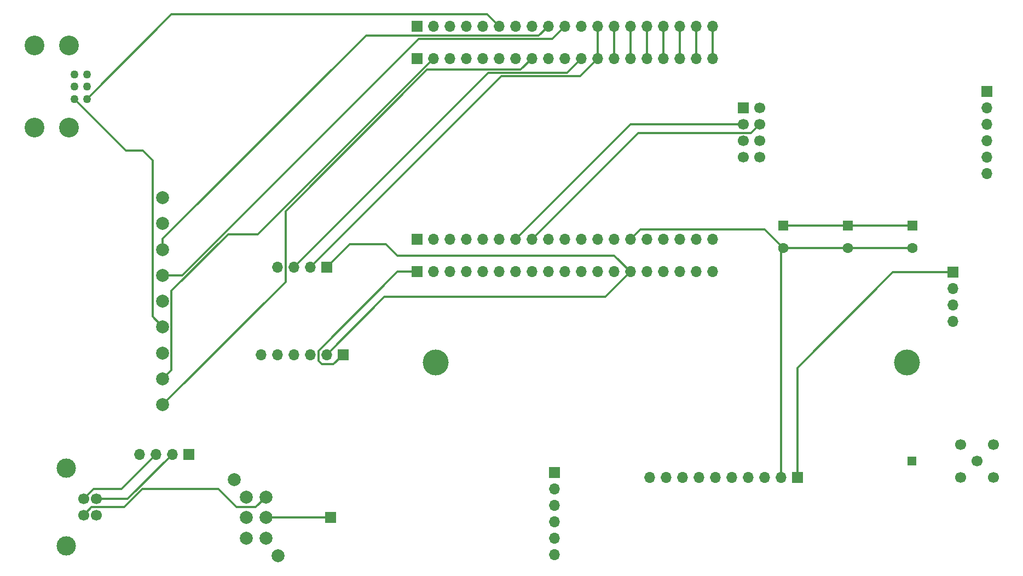
<source format=gbr>
%TF.GenerationSoftware,KiCad,Pcbnew,8.0.3*%
%TF.CreationDate,2024-06-28T16:04:17+02:00*%
%TF.ProjectId,3.3v radio with battery,332e3376-2072-4616-9469-6f2077697468,rev?*%
%TF.SameCoordinates,Original*%
%TF.FileFunction,Copper,L2,Bot*%
%TF.FilePolarity,Positive*%
%FSLAX46Y46*%
G04 Gerber Fmt 4.6, Leading zero omitted, Abs format (unit mm)*
G04 Created by KiCad (PCBNEW 8.0.3) date 2024-06-28 16:04:17*
%MOMM*%
%LPD*%
G01*
G04 APERTURE LIST*
%TA.AperFunction,ComponentPad*%
%ADD10C,2.000000*%
%TD*%
%TA.AperFunction,ComponentPad*%
%ADD11R,1.700000X1.700000*%
%TD*%
%TA.AperFunction,ComponentPad*%
%ADD12O,1.700000X1.700000*%
%TD*%
%TA.AperFunction,ComponentPad*%
%ADD13R,1.600000X1.600000*%
%TD*%
%TA.AperFunction,ComponentPad*%
%ADD14C,1.600000*%
%TD*%
%TA.AperFunction,ComponentPad*%
%ADD15C,3.000000*%
%TD*%
%TA.AperFunction,ComponentPad*%
%ADD16C,1.700000*%
%TD*%
%TA.AperFunction,ComponentPad*%
%ADD17R,1.350000X1.350000*%
%TD*%
%TA.AperFunction,ComponentPad*%
%ADD18C,4.000000*%
%TD*%
%TA.AperFunction,ComponentPad*%
%ADD19C,3.048000*%
%TD*%
%TA.AperFunction,ComponentPad*%
%ADD20C,1.270000*%
%TD*%
%TA.AperFunction,Conductor*%
%ADD21C,0.300000*%
%TD*%
G04 APERTURE END LIST*
D10*
%TO.P,U6,*%
%TO.N,*%
X106606000Y-121964000D03*
X113406000Y-133764000D03*
%TO.P,U6,1,no*%
%TO.N,unconnected-(U6-no-Pad1)*%
X108506000Y-124664000D03*
%TO.P,U6,2,no*%
%TO.N,Net-(U3-GND_IN)*%
X111506000Y-124664000D03*
%TO.P,U6,3,nc*%
%TO.N,unconnected-(U6-nc-Pad3)*%
X108506000Y-127864000D03*
%TO.P,U6,4,nc*%
%TO.N,Net-(U3-ON{slash}OFF)*%
X111506000Y-127864000D03*
%TO.P,U6,5,nc*%
%TO.N,unconnected-(U6-nc-Pad5)*%
X108506000Y-131064000D03*
%TO.P,U6,6,nc*%
%TO.N,unconnected-(U6-nc-Pad6)*%
X111506000Y-131064000D03*
%TD*%
D11*
%TO.P,Oled_screen1,1,VCC*%
%TO.N,Net-(ESP32-WROOM-32U1-3.3v)*%
X217764500Y-89926000D03*
D12*
%TO.P,Oled_screen1,2,GND*%
%TO.N,Net-(GPS1-GND)*%
X217764500Y-92466000D03*
%TO.P,Oled_screen1,3,SCK*%
%TO.N,Net-(ESP32-WROOM-32U1-SCL{slash}22)*%
X217764500Y-95006000D03*
%TO.P,Oled_screen1,4,SDA*%
%TO.N,Net-(ESP32-WROOM-32U1-SDA{slash}21)*%
X217764500Y-97546000D03*
%TD*%
D10*
%TO.P,U2,1,DATA*%
%TO.N,Net-(ESP32-WROOM-32U1-MISO{slash}19)*%
X95581500Y-110387625D03*
%TO.P,U2,2,CMD*%
%TO.N,Net-(ESP32-WROOM-32U1-MOSI{slash}23)*%
X95581500Y-106387625D03*
%TO.P,U2,3,MOTOR*%
%TO.N,unconnected-(U2-MOTOR-Pad3)*%
X95581500Y-102387625D03*
%TO.P,U2,4,GND*%
%TO.N,Net-(GPS1-GND)*%
X95581500Y-98387625D03*
%TO.P,U2,5,3.3V*%
%TO.N,Net-(ESP32-WROOM-32U1-3.3v)*%
X95581500Y-94387625D03*
%TO.P,U2,6,ATTN*%
%TO.N,Net-(ESP32-WROOM-32U1-SS{slash}5)*%
X95581500Y-90387625D03*
%TO.P,U2,7,CLK*%
%TO.N,Net-(ESP32-WROOM-32U1-SCK{slash}18)*%
X95581500Y-86387625D03*
%TO.P,U2,8,NC*%
%TO.N,unconnected-(U2-NC-Pad8)*%
X95581500Y-82387625D03*
%TO.P,U2,9,ACK*%
%TO.N,unconnected-(U2-ACK-Pad9)*%
X95581500Y-78387625D03*
%TD*%
D11*
%TO.P,U3,1,VOUT*%
%TO.N,Net-(J1-VBUS)*%
X156194000Y-120912500D03*
D12*
%TO.P,U3,2,GND_OUT*%
%TO.N,Net-(J1-GND)*%
X156194000Y-123452500D03*
%TO.P,U3,3,BAT_POSITIVE*%
%TO.N,Net-(U3-BAT_POSITIVE)*%
X156194000Y-125992500D03*
%TO.P,U3,4,BAT_GND*%
%TO.N,Net-(U3-BAT_GND)*%
X156194000Y-128532500D03*
%TO.P,U3,5,GND_IN*%
%TO.N,Net-(U3-GND_IN)*%
X156194000Y-131072500D03*
%TO.P,U3,6,VIN*%
%TO.N,Net-(U3-VIN)*%
X156194000Y-133612500D03*
%TD*%
D13*
%TO.P,C1,1*%
%TO.N,Net-(ESP32-WROOM-32U1-3.3v)*%
X191516000Y-82675349D03*
D14*
%TO.P,C1,2*%
%TO.N,Net-(GPS1-GND)*%
X191516000Y-86175349D03*
%TD*%
D15*
%TO.P,U4,*%
%TO.N,*%
X80602000Y-120206000D03*
X80602000Y-132246000D03*
D16*
%TO.P,U4,1,data-*%
%TO.N,Net-(J1-D-)*%
X85312000Y-124976000D03*
%TO.P,U4,2,data+*%
%TO.N,Net-(J1-D+)*%
X83312000Y-124976000D03*
%TO.P,U4,3,GND*%
%TO.N,Net-(U3-GND_IN)*%
X83312000Y-127476000D03*
%TO.P,U4,4,VIN*%
%TO.N,Net-(U3-VIN)*%
X85312000Y-127476000D03*
%TD*%
D11*
%TO.P,GPS1,1,GND*%
%TO.N,Net-(GPS1-GND)*%
X120950000Y-89148000D03*
D12*
%TO.P,GPS1,2,TX*%
%TO.N,Net-(ESP32-WROOM-32U1-RX2{slash}16)*%
X118410000Y-89148000D03*
%TO.P,GPS1,3,RX*%
%TO.N,Net-(ESP32-WROOM-32U1-TX2{slash}17)*%
X115870000Y-89148000D03*
%TO.P,GPS1,4,VCC*%
%TO.N,Net-(ESP32-WROOM-32U1-3.3v)*%
X113330000Y-89148000D03*
%TD*%
D16*
%TO.P,REF\u002A\u002A,*%
%TO.N,*%
X224047000Y-116576000D03*
X218947000Y-116576000D03*
X224047000Y-121676000D03*
X218947000Y-121676000D03*
%TO.P,REF\u002A\u002A,1*%
%TO.N,N/C*%
X221497000Y-119126000D03*
%TD*%
D11*
%TO.P,NRF1,*%
%TO.N,*%
X223078000Y-61946000D03*
D12*
X223078000Y-64486000D03*
X223078000Y-67026000D03*
X223078000Y-69566000D03*
X223078000Y-72106000D03*
X223078000Y-74646000D03*
D11*
%TO.P,NRF1,1,GND*%
%TO.N,Net-(GPS1-GND)*%
X185340000Y-64486000D03*
D16*
%TO.P,NRF1,2,VCC*%
%TO.N,Net-(ESP32-WROOM-32U1-3.3v)*%
X187880000Y-64486000D03*
%TO.P,NRF1,3,CE*%
%TO.N,Net-(ESP32-WROOM-32U1-32)*%
X185340000Y-67026000D03*
%TO.P,NRF1,4,~{CSN}*%
%TO.N,Net-(ESP32-WROOM-32U1-33)*%
X187880000Y-67026000D03*
%TO.P,NRF1,5,SCK*%
%TO.N,Net-(ESP32-WROOM-32U1-SCK{slash}18)*%
X185340000Y-69566000D03*
%TO.P,NRF1,6,MOSI*%
%TO.N,Net-(ESP32-WROOM-32U1-MOSI{slash}23)*%
X187880000Y-69566000D03*
%TO.P,NRF1,7,MISO*%
%TO.N,Net-(ESP32-WROOM-32U1-MISO{slash}19)*%
X185340000Y-72106000D03*
%TO.P,NRF1,8,IRQ*%
%TO.N,unconnected-(NRF1-IRQ-Pad8)*%
X187880000Y-72106000D03*
%TD*%
D11*
%TO.P,J1,1,VBUS*%
%TO.N,Net-(J1-VBUS)*%
X99568000Y-118110000D03*
D12*
%TO.P,J1,2,D-*%
%TO.N,Net-(J1-D-)*%
X97028000Y-118110000D03*
%TO.P,J1,3,D+*%
%TO.N,Net-(J1-D+)*%
X94488000Y-118110000D03*
%TO.P,J1,4,GND*%
%TO.N,Net-(J1-GND)*%
X91948000Y-118110000D03*
%TD*%
D13*
%TO.P,C2,1*%
%TO.N,Net-(ESP32-WROOM-32U1-3.3v)*%
X201516000Y-82675349D03*
D14*
%TO.P,C2,2*%
%TO.N,Net-(GPS1-GND)*%
X201516000Y-86175349D03*
%TD*%
D17*
%TO.P,SMA ANTENNA,1*%
%TO.N,N/C*%
X211488000Y-119126000D03*
%TD*%
D18*
%TO.P,U5,1,BAT_+*%
%TO.N,Net-(U3-BAT_POSITIVE)*%
X137794000Y-103886000D03*
%TO.P,U5,2,BAT_-*%
%TO.N,Net-(U3-BAT_GND)*%
X210694000Y-103886000D03*
%TD*%
D11*
%TO.P,MPU1,1,VCC*%
%TO.N,Net-(ESP32-WROOM-32U1-3.3v)*%
X193751000Y-121666000D03*
D12*
%TO.P,MPU1,2,GND*%
%TO.N,Net-(GPS1-GND)*%
X191211000Y-121666000D03*
%TO.P,MPU1,3,SCL*%
%TO.N,Net-(ESP32-WROOM-32U1-SCL{slash}22)*%
X188671000Y-121666000D03*
%TO.P,MPU1,4,SDA*%
%TO.N,Net-(ESP32-WROOM-32U1-SDA{slash}21)*%
X186131000Y-121666000D03*
%TO.P,MPU1,5,EDA*%
%TO.N,unconnected-(MPU1-EDA-Pad5)*%
X183591000Y-121666000D03*
%TO.P,MPU1,6,ECL*%
%TO.N,unconnected-(MPU1-ECL-Pad6)*%
X181051000Y-121666000D03*
%TO.P,MPU1,7,ADO*%
%TO.N,unconnected-(MPU1-ADO-Pad7)*%
X178511000Y-121666000D03*
%TO.P,MPU1,8,INT*%
%TO.N,unconnected-(MPU1-INT-Pad8)*%
X175971000Y-121666000D03*
%TO.P,MPU1,9,NCS*%
%TO.N,unconnected-(MPU1-NCS-Pad9)*%
X173431000Y-121666000D03*
%TO.P,MPU1,10,FSYNC*%
%TO.N,unconnected-(MPU1-FSYNC-Pad10)*%
X170891000Y-121666000D03*
%TD*%
D13*
%TO.P,C3,1*%
%TO.N,Net-(ESP32-WROOM-32U1-3.3v)*%
X211516000Y-82675349D03*
D14*
%TO.P,C3,2*%
%TO.N,Net-(GPS1-GND)*%
X211516000Y-86175349D03*
%TD*%
D11*
%TO.P,ESP32-WROOM-32U1,1,3.3v*%
%TO.N,Net-(ESP32-WROOM-32U1-3.3v)*%
X134874000Y-89836000D03*
X134874000Y-84836000D03*
D12*
%TO.P,ESP32-WROOM-32U1,2,EN*%
%TO.N,unconnected-(ESP32-WROOM-32U1-EN-Pad2)*%
X137414000Y-89836000D03*
X137414000Y-84836000D03*
%TO.P,ESP32-WROOM-32U1,3,VP*%
%TO.N,unconnected-(ESP32-WROOM-32U1-VP-Pad3)*%
X139954000Y-89836000D03*
X139954000Y-84836000D03*
%TO.P,ESP32-WROOM-32U1,4,VN*%
%TO.N,unconnected-(ESP32-WROOM-32U1-VN-Pad4)*%
X142494000Y-89836000D03*
X142494000Y-84836000D03*
%TO.P,ESP32-WROOM-32U1,5,34*%
%TO.N,unconnected-(ESP32-WROOM-32U1-34-Pad5)*%
X145034000Y-89836000D03*
X145034000Y-84836000D03*
%TO.P,ESP32-WROOM-32U1,6,35*%
%TO.N,unconnected-(ESP32-WROOM-32U1-35-Pad6)*%
X147574000Y-89836000D03*
X147574000Y-84836000D03*
%TO.P,ESP32-WROOM-32U1,7,32*%
%TO.N,Net-(ESP32-WROOM-32U1-32)*%
X150114000Y-89836000D03*
X150114000Y-84836000D03*
%TO.P,ESP32-WROOM-32U1,8,33*%
%TO.N,Net-(ESP32-WROOM-32U1-33)*%
X152654000Y-89836000D03*
X152654000Y-84836000D03*
%TO.P,ESP32-WROOM-32U1,9,25*%
%TO.N,unconnected-(ESP32-WROOM-32U1-25-Pad9)*%
X155194000Y-89836000D03*
X155194000Y-84836000D03*
%TO.P,ESP32-WROOM-32U1,10,26*%
%TO.N,unconnected-(ESP32-WROOM-32U1-26-Pad10)*%
X157734000Y-89836000D03*
X157734000Y-84836000D03*
%TO.P,ESP32-WROOM-32U1,11,27*%
%TO.N,unconnected-(ESP32-WROOM-32U1-27-Pad11)*%
X160274000Y-89836000D03*
X160274000Y-84836000D03*
%TO.P,ESP32-WROOM-32U1,12,14*%
%TO.N,unconnected-(ESP32-WROOM-32U1-14-Pad12)*%
X162814000Y-89836000D03*
X162814000Y-84836000D03*
%TO.P,ESP32-WROOM-32U1,13,12*%
%TO.N,unconnected-(ESP32-WROOM-32U1-12-Pad13)*%
X165354000Y-89836000D03*
X165354000Y-84836000D03*
%TO.P,ESP32-WROOM-32U1,14,GND*%
%TO.N,Net-(GPS1-GND)*%
X167894000Y-89836000D03*
X167894000Y-84836000D03*
%TO.P,ESP32-WROOM-32U1,15,13*%
%TO.N,unconnected-(ESP32-WROOM-32U1-13-Pad15)*%
X170434000Y-89836000D03*
X170434000Y-84836000D03*
%TO.P,ESP32-WROOM-32U1,16,D2*%
%TO.N,unconnected-(ESP32-WROOM-32U1-D2-Pad16)*%
X172974000Y-89836000D03*
X172974000Y-84836000D03*
%TO.P,ESP32-WROOM-32U1,17,D3*%
%TO.N,unconnected-(ESP32-WROOM-32U1-D3-Pad17)*%
X175514000Y-89836000D03*
X175514000Y-84836000D03*
%TO.P,ESP32-WROOM-32U1,18,CMD*%
%TO.N,unconnected-(ESP32-WROOM-32U1-CMD-Pad18)*%
X178054000Y-89836000D03*
X178054000Y-84836000D03*
%TO.P,ESP32-WROOM-32U1,19,5V*%
%TO.N,unconnected-(ESP32-WROOM-32U1-5V-Pad19)*%
X180594000Y-89836000D03*
X180594000Y-84836000D03*
D11*
%TO.P,ESP32-WROOM-32U1,20,GND*%
%TO.N,unconnected-(ESP32-WROOM-32U1-GND-Pad20)*%
X134874000Y-56896000D03*
X134874000Y-51896000D03*
D12*
%TO.P,ESP32-WROOM-32U1,21,MOSI/23*%
%TO.N,Net-(ESP32-WROOM-32U1-MOSI{slash}23)*%
X137414000Y-56896000D03*
X137414000Y-51896000D03*
%TO.P,ESP32-WROOM-32U1,22,SCL/22*%
%TO.N,Net-(ESP32-WROOM-32U1-SCL{slash}22)*%
X139954000Y-56896000D03*
X139954000Y-51896000D03*
%TO.P,ESP32-WROOM-32U1,23,TX*%
%TO.N,unconnected-(ESP32-WROOM-32U1-TX-Pad23)*%
X142494000Y-56896000D03*
X142494000Y-51896000D03*
%TO.P,ESP32-WROOM-32U1,24,RX*%
%TO.N,unconnected-(ESP32-WROOM-32U1-RX-Pad24)*%
X145034000Y-56896000D03*
X145034000Y-51896000D03*
%TO.P,ESP32-WROOM-32U1,25,SDA/21*%
%TO.N,Net-(ESP32-WROOM-32U1-SDA{slash}21)*%
X147574000Y-56896000D03*
X147574000Y-51896000D03*
%TO.P,ESP32-WROOM-32U1,26,GND*%
%TO.N,unconnected-(ESP32-WROOM-32U1-GND-Pad26)*%
X150114000Y-56896000D03*
X150114000Y-51896000D03*
%TO.P,ESP32-WROOM-32U1,27,MISO/19*%
%TO.N,Net-(ESP32-WROOM-32U1-MISO{slash}19)*%
X152654000Y-56896000D03*
X152654000Y-51896000D03*
%TO.P,ESP32-WROOM-32U1,28,SCK/18*%
%TO.N,Net-(ESP32-WROOM-32U1-SCK{slash}18)*%
X155194000Y-56896000D03*
X155194000Y-51896000D03*
%TO.P,ESP32-WROOM-32U1,29,SS/5*%
%TO.N,Net-(ESP32-WROOM-32U1-SS{slash}5)*%
X157734000Y-56896000D03*
X157734000Y-51896000D03*
%TO.P,ESP32-WROOM-32U1,30,TX2/17*%
%TO.N,Net-(ESP32-WROOM-32U1-TX2{slash}17)*%
X160274000Y-56896000D03*
X160274000Y-51896000D03*
%TO.P,ESP32-WROOM-32U1,31,RX2/16*%
%TO.N,Net-(ESP32-WROOM-32U1-RX2{slash}16)*%
X162814000Y-56896000D03*
X162814000Y-51896000D03*
%TO.P,ESP32-WROOM-32U1,32,4*%
%TO.N,unconnected-(ESP32-WROOM-32U1-4-Pad32)*%
X165354000Y-56896000D03*
X165354000Y-51896000D03*
%TO.P,ESP32-WROOM-32U1,33,0*%
%TO.N,unconnected-(ESP32-WROOM-32U1-0-Pad33)*%
X167894000Y-56896000D03*
X167894000Y-51896000D03*
%TO.P,ESP32-WROOM-32U1,34,2*%
%TO.N,unconnected-(ESP32-WROOM-32U1-2-Pad34)*%
X170434000Y-56896000D03*
X170434000Y-51896000D03*
%TO.P,ESP32-WROOM-32U1,35,15*%
%TO.N,unconnected-(ESP32-WROOM-32U1-15-Pad35)*%
X172974000Y-56896000D03*
X172974000Y-51896000D03*
%TO.P,ESP32-WROOM-32U1,36,D1*%
%TO.N,unconnected-(ESP32-WROOM-32U1-D1-Pad36)*%
X175514000Y-56896000D03*
X175514000Y-51896000D03*
%TO.P,ESP32-WROOM-32U1,37,D0*%
%TO.N,unconnected-(ESP32-WROOM-32U1-D0-Pad37)*%
X178054000Y-56896000D03*
X178054000Y-51896000D03*
%TO.P,ESP32-WROOM-32U1,38,CLK*%
%TO.N,unconnected-(ESP32-WROOM-32U1-CLK-Pad38)*%
X180594000Y-56896000D03*
X180594000Y-51896000D03*
%TD*%
D11*
%TO.P,U7,1,VCC*%
%TO.N,Net-(ESP32-WROOM-32U1-3.3v)*%
X123490000Y-102648000D03*
D12*
%TO.P,U7,2,GND*%
%TO.N,Net-(GPS1-GND)*%
X120950000Y-102648000D03*
%TO.P,U7,3,SCL*%
%TO.N,Net-(ESP32-WROOM-32U1-SCL{slash}22)*%
X118410000Y-102648000D03*
%TO.P,U7,4,SDA*%
%TO.N,Net-(ESP32-WROOM-32U1-SDA{slash}21)*%
X115870000Y-102648000D03*
%TO.P,U7,5,CSB*%
%TO.N,unconnected-(U7-CSB-Pad5)*%
X113330000Y-102648000D03*
%TO.P,U7,6,SDO*%
%TO.N,unconnected-(U7-SDO-Pad6)*%
X110790000Y-102648000D03*
%TD*%
D19*
%TO.P,U1,*%
%TO.N,*%
X75692000Y-67576000D03*
X81026000Y-67576000D03*
X75692000Y-54876000D03*
X81026000Y-54876000D03*
D20*
%TO.P,U1,1,VCC_3.3V*%
%TO.N,Net-(ESP32-WROOM-32U1-3.3v)*%
X83820000Y-59321000D03*
%TO.P,U1,2,SCL*%
%TO.N,Net-(ESP32-WROOM-32U1-SCL{slash}22)*%
X81915000Y-59321000D03*
%TO.P,U1,3,Detect_device*%
%TO.N,unconnected-(U1-Detect_device-Pad3)*%
X83820000Y-61226000D03*
%TO.P,U1,4,NC*%
%TO.N,unconnected-(U1-NC-Pad4)*%
X81915000Y-61226000D03*
%TO.P,U1,5,SDA*%
%TO.N,Net-(ESP32-WROOM-32U1-SDA{slash}21)*%
X83820000Y-63131000D03*
%TO.P,U1,6,GND*%
%TO.N,Net-(GPS1-GND)*%
X81915000Y-63131000D03*
%TD*%
D11*
%TO.P,TP1,1,1*%
%TO.N,Net-(U3-ON{slash}OFF)*%
X121506000Y-127864000D03*
%TD*%
D21*
%TO.N,Net-(ESP32-WROOM-32U1-SS{slash}5)*%
X135136000Y-53840000D02*
X155790000Y-53840000D01*
X155790000Y-53840000D02*
X157734000Y-51896000D01*
X98588375Y-90387625D02*
X135136000Y-53840000D01*
X95581500Y-90387625D02*
X98588375Y-90387625D01*
%TO.N,unconnected-(ESP32-WROOM-32U1-0-Pad33)*%
X167894000Y-51896000D02*
X167894000Y-56896000D01*
%TO.N,Net-(ESP32-WROOM-32U1-SCK{slash}18)*%
X127000000Y-53340000D02*
X153750000Y-53340000D01*
X153750000Y-53340000D02*
X155194000Y-51896000D01*
X95581500Y-86387625D02*
X95581500Y-84758500D01*
X95581500Y-84758500D02*
X127000000Y-53340000D01*
%TO.N,Net-(ESP32-WROOM-32U1-MISO{slash}19)*%
X136421106Y-58596000D02*
X150954000Y-58596000D01*
X95581500Y-110387625D02*
X114554000Y-91415125D01*
X114554000Y-91415125D02*
X114554000Y-80463106D01*
X150954000Y-58596000D02*
X152654000Y-56896000D01*
X114554000Y-80463106D02*
X136421106Y-58596000D01*
%TO.N,unconnected-(ESP32-WROOM-32U1-CLK-Pad38)*%
X180594000Y-56896000D02*
X180594000Y-51896000D01*
%TO.N,unconnected-(ESP32-WROOM-32U1-2-Pad34)*%
X170434000Y-56896000D02*
X170434000Y-51896000D01*
%TO.N,unconnected-(ESP32-WROOM-32U1-D1-Pad36)*%
X175514000Y-56896000D02*
X175514000Y-51896000D01*
%TO.N,Net-(ESP32-WROOM-32U1-TX2{slash}17)*%
X115870000Y-89148000D02*
X145922000Y-59096000D01*
X145922000Y-59096000D02*
X158074000Y-59096000D01*
X158074000Y-59096000D02*
X160274000Y-56896000D01*
%TO.N,unconnected-(ESP32-WROOM-32U1-4-Pad32)*%
X165354000Y-56896000D02*
X165354000Y-51896000D01*
%TO.N,unconnected-(ESP32-WROOM-32U1-D0-Pad37)*%
X178054000Y-51896000D02*
X178054000Y-56896000D01*
%TO.N,Net-(ESP32-WROOM-32U1-SDA{slash}21)*%
X96913000Y-50038000D02*
X145716000Y-50038000D01*
X83820000Y-63131000D02*
X96913000Y-50038000D01*
X145716000Y-50038000D02*
X147574000Y-51896000D01*
%TO.N,unconnected-(ESP32-WROOM-32U1-15-Pad35)*%
X172974000Y-51896000D02*
X172974000Y-56896000D01*
%TO.N,Net-(GPS1-GND)*%
X164004000Y-93726000D02*
X167894000Y-89836000D01*
X89904000Y-71120000D02*
X92456000Y-71120000D01*
X191516000Y-86175349D02*
X188652651Y-83312000D01*
X169418000Y-83312000D02*
X167894000Y-84836000D01*
X92456000Y-71120000D02*
X93980000Y-72644000D01*
X165434000Y-87376000D02*
X167894000Y-89836000D01*
X81915000Y-63131000D02*
X89904000Y-71120000D01*
X191211000Y-86480349D02*
X191516000Y-86175349D01*
X131826000Y-87376000D02*
X165434000Y-87376000D01*
X93980000Y-72644000D02*
X93980000Y-96786125D01*
X191516000Y-86175349D02*
X201516000Y-86175349D01*
X191211000Y-121666000D02*
X191211000Y-86480349D01*
X129872000Y-93726000D02*
X164004000Y-93726000D01*
X130048000Y-85598000D02*
X131826000Y-87376000D01*
X120950000Y-102648000D02*
X129872000Y-93726000D01*
X188652651Y-83312000D02*
X169418000Y-83312000D01*
X120950000Y-89148000D02*
X124500000Y-85598000D01*
X124500000Y-85598000D02*
X130048000Y-85598000D01*
X93980000Y-96786125D02*
X95581500Y-98387625D01*
X211516000Y-86175349D02*
X201516000Y-86175349D01*
%TO.N,Net-(ESP32-WROOM-32U1-32)*%
X167924000Y-67026000D02*
X150114000Y-84836000D01*
X185340000Y-67026000D02*
X167924000Y-67026000D01*
%TO.N,Net-(ESP32-WROOM-32U1-3.3v)*%
X131906000Y-89836000D02*
X134874000Y-89836000D01*
X211516000Y-82675349D02*
X201516000Y-82675349D01*
X119634000Y-102108000D02*
X131906000Y-89836000D01*
X191516000Y-82675349D02*
X201516000Y-82675349D01*
X193751000Y-121666000D02*
X193751000Y-104699000D01*
X208524000Y-89926000D02*
X217764500Y-89926000D01*
X123490000Y-102648000D02*
X121998000Y-104140000D01*
X120142000Y-104140000D02*
X119634000Y-103632000D01*
X121998000Y-104140000D02*
X120142000Y-104140000D01*
X193751000Y-104699000D02*
X208524000Y-89926000D01*
X119634000Y-103632000D02*
X119634000Y-102108000D01*
%TO.N,Net-(ESP32-WROOM-32U1-33)*%
X187880000Y-67026000D02*
X186540000Y-68366000D01*
X169124000Y-68366000D02*
X152654000Y-84836000D01*
X186540000Y-68366000D02*
X169124000Y-68366000D01*
%TO.N,Net-(ESP32-WROOM-32U1-MOSI{slash}23)*%
X110236000Y-84074000D02*
X137414000Y-56896000D01*
X96931500Y-92806500D02*
X105664000Y-84074000D01*
X105664000Y-84074000D02*
X110236000Y-84074000D01*
X96931500Y-105037625D02*
X96931500Y-92806500D01*
X95581500Y-106387625D02*
X96931500Y-105037625D01*
%TO.N,Net-(J1-D+)*%
X94488000Y-118110000D02*
X89154000Y-123444000D01*
X89154000Y-123444000D02*
X84844000Y-123444000D01*
X84844000Y-123444000D02*
X83312000Y-124976000D01*
%TO.N,Net-(J1-D-)*%
X97028000Y-118110000D02*
X90162000Y-124976000D01*
X90162000Y-124976000D02*
X85312000Y-124976000D01*
%TO.N,Net-(U3-GND_IN)*%
X83312000Y-127476000D02*
X84550000Y-126238000D01*
X104140000Y-123444000D02*
X106934000Y-126238000D01*
X89607106Y-126238000D02*
X92401106Y-123444000D01*
X92401106Y-123444000D02*
X104140000Y-123444000D01*
X106934000Y-126238000D02*
X109932000Y-126238000D01*
X84550000Y-126238000D02*
X89607106Y-126238000D01*
X109932000Y-126238000D02*
X111506000Y-124664000D01*
%TO.N,Net-(U3-ON{slash}OFF)*%
X111506000Y-127864000D02*
X121506000Y-127864000D01*
%TO.N,Net-(ESP32-WROOM-32U1-RX2{slash}16)*%
X118410000Y-89148000D02*
X147962000Y-59596000D01*
X147962000Y-59596000D02*
X160114000Y-59596000D01*
X162814000Y-51896000D02*
X162814000Y-56896000D01*
X160114000Y-59596000D02*
X162814000Y-56896000D01*
%TD*%
M02*

</source>
